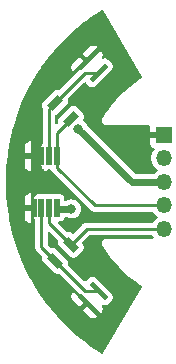
<source format=gbr>
%TF.GenerationSoftware,KiCad,Pcbnew,(6.0.7)*%
%TF.CreationDate,2022-08-13T19:12:00+02:00*%
%TF.ProjectId,Helios_PCB,48656c69-6f73-45f5-9043-422e6b696361,rev?*%
%TF.SameCoordinates,Original*%
%TF.FileFunction,Copper,L1,Top*%
%TF.FilePolarity,Positive*%
%FSLAX46Y46*%
G04 Gerber Fmt 4.6, Leading zero omitted, Abs format (unit mm)*
G04 Created by KiCad (PCBNEW (6.0.7)) date 2022-08-13 19:12:00*
%MOMM*%
%LPD*%
G01*
G04 APERTURE LIST*
G04 Aperture macros list*
%AMRotRect*
0 Rectangle, with rotation*
0 The origin of the aperture is its center*
0 $1 length*
0 $2 width*
0 $3 Rotation angle, in degrees counterclockwise*
0 Add horizontal line*
21,1,$1,$2,0,0,$3*%
G04 Aperture macros list end*
%TA.AperFunction,SMDPad,CuDef*%
%ADD10RotRect,0.700000X1.300000X225.000000*%
%TD*%
%TA.AperFunction,ComponentPad*%
%ADD11R,1.350000X1.350000*%
%TD*%
%TA.AperFunction,ComponentPad*%
%ADD12O,1.350000X1.350000*%
%TD*%
%TA.AperFunction,SMDPad,CuDef*%
%ADD13RotRect,1.900000X0.400000X225.000000*%
%TD*%
%TA.AperFunction,SMDPad,CuDef*%
%ADD14RotRect,0.700000X1.300000X135.000000*%
%TD*%
%TA.AperFunction,SMDPad,CuDef*%
%ADD15RotRect,1.900000X0.400000X315.000000*%
%TD*%
%TA.AperFunction,SMDPad,CuDef*%
%ADD16R,0.500000X1.500000*%
%TD*%
%TA.AperFunction,ViaPad*%
%ADD17C,0.800000*%
%TD*%
%TA.AperFunction,Conductor*%
%ADD18C,0.250000*%
%TD*%
%TA.AperFunction,Conductor*%
%ADD19C,0.600000*%
%TD*%
G04 APERTURE END LIST*
D10*
%TO.P,R1,1*%
%TO.N,O1*%
X145959251Y-104828249D03*
%TO.P,R1,2*%
%TO.N,Net-(F1-Pad1)*%
X144615749Y-106171751D03*
%TD*%
D11*
%TO.P,J0,1,Pin_1*%
%TO.N,GND*%
X153837500Y-95500000D03*
D12*
%TO.P,J0,2,Pin_2*%
%TO.N,LED*%
X153837500Y-97500000D03*
%TO.P,J0,3,Pin_3*%
%TO.N,VCC*%
X153837500Y-99500000D03*
%TO.P,J0,4,Pin_4*%
%TO.N,O0*%
X153837500Y-101500000D03*
%TO.P,J0,5,Pin_5*%
%TO.N,O1*%
X153837500Y-103500000D03*
%TD*%
D13*
%TO.P,F0,1,K*%
%TO.N,Net-(F0-Pad1)*%
X148307475Y-90269975D03*
%TO.P,F0,2,A*%
%TO.N,GND*%
X147317525Y-89280025D03*
%TD*%
D14*
%TO.P,R0,1*%
%TO.N,O0*%
X145959251Y-94171751D03*
%TO.P,R0,2*%
%TO.N,Net-(F0-Pad1)*%
X144615749Y-92828249D03*
%TD*%
D15*
%TO.P,F1,1,K*%
%TO.N,Net-(F1-Pad1)*%
X148307475Y-108730025D03*
%TO.P,F1,2,A*%
%TO.N,GND*%
X147317525Y-109719975D03*
%TD*%
D16*
%TO.P,U0,1,OA*%
%TO.N,O0*%
X144762500Y-97300000D03*
%TO.P,U0,2,-IA*%
%TO.N,Net-(F0-Pad1)*%
X144112500Y-97300000D03*
%TO.P,U0,3,+IA*%
%TO.N,GND*%
X143462500Y-97300000D03*
%TO.P,U0,4,GND*%
X142812500Y-97300000D03*
%TO.P,U0,5,+IB*%
X142812500Y-101700000D03*
%TO.P,U0,6,-IB*%
%TO.N,Net-(F1-Pad1)*%
X143462500Y-101700000D03*
%TO.P,U0,7,OB*%
%TO.N,O1*%
X144112500Y-101700000D03*
%TO.P,U0,8,VCC*%
%TO.N,VCC*%
X144762500Y-101700000D03*
%TD*%
D17*
%TO.N,GND*%
X152000000Y-98400000D03*
%TO.N,VCC*%
X146600000Y-95000000D03*
X146000000Y-101800000D03*
%TD*%
D18*
%TO.N,Net-(F0-Pad1)*%
X147174023Y-90269975D02*
X144615749Y-92828249D01*
X148307475Y-90269975D02*
X147174023Y-90269975D01*
X144112500Y-93331498D02*
X144112500Y-97300000D01*
X144615749Y-92828249D02*
X144112500Y-93331498D01*
%TO.N,Net-(F1-Pad1)*%
X147174023Y-108730025D02*
X144615749Y-106171751D01*
X143462500Y-105018502D02*
X143462500Y-101700000D01*
X148307475Y-108730025D02*
X147174023Y-108730025D01*
X144615749Y-106171751D02*
X143462500Y-105018502D01*
D19*
%TO.N,VCC*%
X144862500Y-101800000D02*
X144862500Y-101700000D01*
X151100000Y-99500000D02*
X153837500Y-99500000D01*
X146000000Y-101800000D02*
X144862500Y-101800000D01*
X146600000Y-95000000D02*
X151100000Y-99500000D01*
D18*
%TO.N,O0*%
X147962500Y-101500000D02*
X153837500Y-101500000D01*
X145959251Y-94171751D02*
X144762500Y-95368502D01*
X144762500Y-97300000D02*
X144762500Y-98300000D01*
X144762500Y-95368502D02*
X144762500Y-97300000D01*
X144762500Y-98300000D02*
X147962500Y-101500000D01*
%TO.N,O1*%
X145959251Y-104828249D02*
X144112500Y-102981498D01*
X145959251Y-104828249D02*
X147287500Y-103500000D01*
X147287500Y-103500000D02*
X153837500Y-103500000D01*
X144112500Y-102981498D02*
X144112500Y-101700000D01*
%TD*%
%TA.AperFunction,Conductor*%
%TO.N,GND*%
G36*
X148679320Y-84959095D02*
G01*
X148700541Y-84984729D01*
X151944127Y-90615568D01*
X151956789Y-90675429D01*
X151931848Y-90731300D01*
X151909999Y-90749438D01*
X151841815Y-90791143D01*
X151841791Y-90791159D01*
X151840628Y-90791870D01*
X151839509Y-90792643D01*
X151839493Y-90792654D01*
X151551977Y-90991425D01*
X151364328Y-91121154D01*
X151363251Y-91121991D01*
X151363235Y-91122003D01*
X150954372Y-91439862D01*
X150907180Y-91476550D01*
X150470615Y-91856947D01*
X150055998Y-92261155D01*
X150055085Y-92262151D01*
X150055070Y-92262166D01*
X149781495Y-92560474D01*
X149664627Y-92687908D01*
X149663749Y-92688980D01*
X149354502Y-93066552D01*
X149297724Y-93135874D01*
X149296917Y-93136981D01*
X149296914Y-93136984D01*
X149175321Y-93303643D01*
X148956438Y-93603650D01*
X148955690Y-93604806D01*
X148955683Y-93604816D01*
X148759232Y-93908373D01*
X148661099Y-94060009D01*
X148660988Y-94059937D01*
X148660822Y-94060286D01*
X148659450Y-94061658D01*
X148657296Y-94065886D01*
X148649143Y-94078484D01*
X148648652Y-94079144D01*
X148648381Y-94079590D01*
X148647269Y-94081362D01*
X148647248Y-94081412D01*
X148645670Y-94083850D01*
X148641050Y-94089296D01*
X148638094Y-94096501D01*
X148638092Y-94096504D01*
X148624742Y-94129044D01*
X148621360Y-94136413D01*
X148605391Y-94167753D01*
X148605390Y-94167756D01*
X148601854Y-94174696D01*
X148600636Y-94182389D01*
X148598339Y-94189458D01*
X148597567Y-94192214D01*
X148595854Y-94199455D01*
X148592895Y-94206667D01*
X148592310Y-94214438D01*
X148592309Y-94214441D01*
X148589668Y-94249513D01*
X148588729Y-94257561D01*
X148582008Y-94300000D01*
X148583226Y-94307694D01*
X148583226Y-94315109D01*
X148583345Y-94318021D01*
X148583952Y-94325407D01*
X148583367Y-94333175D01*
X148585212Y-94340746D01*
X148593537Y-94374917D01*
X148595132Y-94382864D01*
X148601854Y-94425304D01*
X148605391Y-94432247D01*
X148607682Y-94439296D01*
X148608684Y-94441999D01*
X148611554Y-94448862D01*
X148613399Y-94456435D01*
X148635983Y-94493011D01*
X148639933Y-94500037D01*
X148659450Y-94538342D01*
X148664954Y-94543846D01*
X148669311Y-94549843D01*
X148671108Y-94552115D01*
X148675956Y-94557754D01*
X148680049Y-94564382D01*
X148685988Y-94569420D01*
X148685989Y-94569421D01*
X148712812Y-94592174D01*
X148718774Y-94597666D01*
X148749158Y-94628050D01*
X148756099Y-94631587D01*
X148762110Y-94635954D01*
X148764527Y-94637563D01*
X148770859Y-94641414D01*
X148776796Y-94646450D01*
X148784000Y-94649405D01*
X148784002Y-94649407D01*
X148816544Y-94662758D01*
X148823913Y-94666140D01*
X148855253Y-94682109D01*
X148855256Y-94682110D01*
X148862196Y-94685646D01*
X148869889Y-94686864D01*
X148876958Y-94689161D01*
X148879714Y-94689933D01*
X148886955Y-94691646D01*
X148894167Y-94694605D01*
X148901938Y-94695190D01*
X148901941Y-94695191D01*
X148937019Y-94697833D01*
X148945062Y-94698771D01*
X148955981Y-94700500D01*
X148968721Y-94700500D01*
X148976156Y-94700780D01*
X149012904Y-94703548D01*
X149012906Y-94703548D01*
X149020675Y-94704133D01*
X149028245Y-94702289D01*
X149036011Y-94701651D01*
X149036029Y-94701874D01*
X149047471Y-94700500D01*
X152555500Y-94700500D01*
X152613691Y-94719407D01*
X152649655Y-94768907D01*
X152654500Y-94799500D01*
X152654500Y-95230320D01*
X152658622Y-95243005D01*
X152662743Y-95246000D01*
X153992500Y-95246000D01*
X154050691Y-95264907D01*
X154086655Y-95314407D01*
X154091500Y-95345000D01*
X154091500Y-95655000D01*
X154072593Y-95713191D01*
X154023093Y-95749155D01*
X153992500Y-95754000D01*
X152670181Y-95754000D01*
X152657496Y-95758122D01*
X152654501Y-95762243D01*
X152654501Y-96220411D01*
X152654790Y-96225751D01*
X152660578Y-96279035D01*
X152663427Y-96291020D01*
X152709851Y-96414855D01*
X152716559Y-96427108D01*
X152795363Y-96532256D01*
X152805244Y-96542137D01*
X152910392Y-96620941D01*
X152922643Y-96627648D01*
X152975568Y-96647489D01*
X153023418Y-96685620D01*
X153039717Y-96744595D01*
X153018561Y-96801478D01*
X152931645Y-96911731D01*
X152839610Y-97086661D01*
X152838265Y-97090992D01*
X152838264Y-97090995D01*
X152814103Y-97168808D01*
X152780995Y-97275433D01*
X152757762Y-97471726D01*
X152770690Y-97668966D01*
X152819345Y-97860547D01*
X152902099Y-98040054D01*
X153016179Y-98201474D01*
X153157766Y-98339402D01*
X153161541Y-98341924D01*
X153161543Y-98341926D01*
X153275470Y-98418049D01*
X153313350Y-98466099D01*
X153315752Y-98527237D01*
X153281759Y-98578111D01*
X153271098Y-98585439D01*
X153202628Y-98626174D01*
X153199213Y-98629168D01*
X153199210Y-98629171D01*
X153091286Y-98723819D01*
X153054017Y-98756503D01*
X153049847Y-98761792D01*
X153049092Y-98762297D01*
X153048084Y-98763359D01*
X153047844Y-98763131D01*
X152998975Y-98795783D01*
X152972103Y-98799500D01*
X151431164Y-98799500D01*
X151372973Y-98780593D01*
X151361160Y-98770504D01*
X147387345Y-94796688D01*
X147363856Y-94759242D01*
X147336995Y-94682109D01*
X147326485Y-94651927D01*
X147282058Y-94580829D01*
X147234247Y-94504315D01*
X147234245Y-94504313D01*
X147231316Y-94499625D01*
X147104770Y-94372193D01*
X147027385Y-94323083D01*
X146988384Y-94275939D01*
X146984542Y-94214875D01*
X147000340Y-94181304D01*
X147023072Y-94150017D01*
X147023075Y-94150012D01*
X147027654Y-94143709D01*
X147031199Y-94132800D01*
X147035615Y-94119208D01*
X147066857Y-94023052D01*
X147066857Y-93896186D01*
X147027654Y-93775529D01*
X146971841Y-93698710D01*
X146432292Y-93159162D01*
X146355473Y-93103348D01*
X146234816Y-93064145D01*
X146107950Y-93064145D01*
X145987293Y-93103348D01*
X145980988Y-93107929D01*
X145980986Y-93107930D01*
X145913623Y-93156873D01*
X145910474Y-93159161D01*
X144946662Y-94122974D01*
X144890848Y-94199793D01*
X144851645Y-94320450D01*
X144851645Y-94447316D01*
X144854692Y-94456694D01*
X144854692Y-94458764D01*
X144855271Y-94462420D01*
X144854692Y-94462512D01*
X144854693Y-94517877D01*
X144830542Y-94557291D01*
X144807004Y-94580829D01*
X144752487Y-94608606D01*
X144692055Y-94599035D01*
X144648790Y-94555770D01*
X144638000Y-94510825D01*
X144638000Y-93908373D01*
X144656907Y-93850182D01*
X144666996Y-93838369D01*
X145625595Y-92879769D01*
X145628338Y-92877026D01*
X145684152Y-92800207D01*
X145723355Y-92679550D01*
X145723355Y-92552684D01*
X145720308Y-92543306D01*
X145720308Y-92541236D01*
X145719729Y-92537580D01*
X145720308Y-92537488D01*
X145720307Y-92482123D01*
X145744458Y-92442709D01*
X147087383Y-91099784D01*
X147141900Y-91072007D01*
X147202332Y-91081578D01*
X147227384Y-91099779D01*
X147516236Y-91388630D01*
X147593055Y-91444444D01*
X147713712Y-91483647D01*
X147840578Y-91483647D01*
X147961235Y-91444444D01*
X147967540Y-91439863D01*
X147967542Y-91439862D01*
X148034905Y-91390919D01*
X148034909Y-91390916D01*
X148038054Y-91388631D01*
X149426130Y-90000554D01*
X149481944Y-89923735D01*
X149521147Y-89803078D01*
X149521147Y-89676212D01*
X149481944Y-89555555D01*
X149477362Y-89549248D01*
X149428418Y-89481883D01*
X149428414Y-89481879D01*
X149426131Y-89478736D01*
X149098714Y-89151320D01*
X149021895Y-89095506D01*
X148901238Y-89056303D01*
X148774372Y-89056303D01*
X148766966Y-89058709D01*
X148766962Y-89058710D01*
X148724107Y-89072634D01*
X148662922Y-89072633D01*
X148613423Y-89036669D01*
X148594516Y-88978478D01*
X148603394Y-88937504D01*
X148620371Y-88900166D01*
X148624293Y-88886753D01*
X148642922Y-88756677D01*
X148642922Y-88742713D01*
X148624293Y-88612637D01*
X148620370Y-88599224D01*
X148565635Y-88478837D01*
X148559176Y-88468347D01*
X148525584Y-88426568D01*
X148522027Y-88422604D01*
X148500994Y-88401572D01*
X148489110Y-88395517D01*
X148484078Y-88396314D01*
X147317525Y-89562868D01*
X147162857Y-89717536D01*
X147115460Y-89743915D01*
X147082688Y-89751602D01*
X147073520Y-89753301D01*
X147038063Y-89758158D01*
X147038062Y-89758158D01*
X147031377Y-89759074D01*
X147025182Y-89761755D01*
X147025181Y-89761755D01*
X147016461Y-89765528D01*
X146999755Y-89771053D01*
X146983930Y-89774765D01*
X146978015Y-89778017D01*
X146946645Y-89795262D01*
X146938271Y-89799364D01*
X146905437Y-89813573D01*
X146905436Y-89813574D01*
X146899240Y-89816255D01*
X146893994Y-89820503D01*
X146886609Y-89826483D01*
X146872008Y-89836295D01*
X146857760Y-89844128D01*
X146853837Y-89847514D01*
X146853834Y-89847516D01*
X146851389Y-89849626D01*
X146851378Y-89849636D01*
X146850018Y-89850810D01*
X146825803Y-89875025D01*
X146818102Y-89881959D01*
X146787348Y-89906863D01*
X146783438Y-89912365D01*
X146783437Y-89912366D01*
X146775914Y-89922952D01*
X146765221Y-89935607D01*
X145001289Y-91699539D01*
X144946772Y-91727316D01*
X144906440Y-91724143D01*
X144906420Y-91724269D01*
X144904818Y-91724015D01*
X144900696Y-91723691D01*
X144898723Y-91723050D01*
X144898721Y-91723050D01*
X144891314Y-91720643D01*
X144764448Y-91720643D01*
X144643791Y-91759846D01*
X144637486Y-91764427D01*
X144637484Y-91764428D01*
X144570121Y-91813371D01*
X144566972Y-91815659D01*
X143603160Y-92779472D01*
X143547346Y-92856291D01*
X143508143Y-92976948D01*
X143508143Y-93103814D01*
X143547346Y-93224471D01*
X143551927Y-93230776D01*
X143551928Y-93230778D01*
X143566920Y-93251412D01*
X143585828Y-93309602D01*
X143585286Y-93319949D01*
X143582321Y-93348160D01*
X143583446Y-93354810D01*
X143585614Y-93367629D01*
X143587000Y-93384139D01*
X143587000Y-96218100D01*
X143568093Y-96276291D01*
X143558004Y-96288104D01*
X143534450Y-96311658D01*
X143530915Y-96318595D01*
X143530914Y-96318597D01*
X143488300Y-96402232D01*
X143476854Y-96424696D01*
X143475635Y-96432390D01*
X143475635Y-96432391D01*
X143464201Y-96504586D01*
X143462000Y-96518481D01*
X143462001Y-98081518D01*
X143476854Y-98175304D01*
X143500020Y-98220769D01*
X143521921Y-98263752D01*
X143534450Y-98288342D01*
X143624158Y-98378050D01*
X143658447Y-98395521D01*
X143701710Y-98438784D01*
X143712500Y-98483729D01*
X143712500Y-98542319D01*
X143716622Y-98555004D01*
X143720743Y-98557999D01*
X143757911Y-98557999D01*
X143763251Y-98557710D01*
X143816535Y-98551922D01*
X143828520Y-98549073D01*
X143952355Y-98502649D01*
X143964608Y-98495941D01*
X143998849Y-98470279D01*
X144058220Y-98450500D01*
X144157310Y-98450499D01*
X144186973Y-98450499D01*
X144245164Y-98469406D01*
X144273729Y-98501806D01*
X144287787Y-98527378D01*
X144291889Y-98535752D01*
X144301517Y-98557999D01*
X144308780Y-98574783D01*
X144316495Y-98584310D01*
X144319008Y-98587414D01*
X144328820Y-98602015D01*
X144336653Y-98616263D01*
X144343336Y-98624005D01*
X144367550Y-98648219D01*
X144374477Y-98655912D01*
X144399388Y-98686675D01*
X144404893Y-98690587D01*
X144404895Y-98690589D01*
X144415482Y-98698113D01*
X144428138Y-98708807D01*
X147581113Y-101861783D01*
X147583983Y-101864776D01*
X147624384Y-101908712D01*
X147630124Y-101912271D01*
X147660540Y-101931131D01*
X147668223Y-101936411D01*
X147702104Y-101962127D01*
X147708383Y-101964613D01*
X147717214Y-101968110D01*
X147732933Y-101976015D01*
X147746750Y-101984582D01*
X147753228Y-101986464D01*
X147753230Y-101986465D01*
X147771864Y-101991879D01*
X147787614Y-101996455D01*
X147796420Y-101999470D01*
X147835972Y-102015129D01*
X147842685Y-102015835D01*
X147842691Y-102015836D01*
X147852135Y-102016829D01*
X147869404Y-102020217D01*
X147880029Y-102023304D01*
X147880035Y-102023305D01*
X147885012Y-102024751D01*
X147890182Y-102025131D01*
X147890184Y-102025131D01*
X147893411Y-102025368D01*
X147893418Y-102025368D01*
X147895212Y-102025500D01*
X147929453Y-102025500D01*
X147939799Y-102026042D01*
X147979161Y-102030179D01*
X147998631Y-102026886D01*
X148015140Y-102025500D01*
X152840551Y-102025500D01*
X152898742Y-102044407D01*
X152921399Y-102067363D01*
X153016179Y-102201474D01*
X153157766Y-102339402D01*
X153161541Y-102341924D01*
X153161543Y-102341926D01*
X153275470Y-102418049D01*
X153313350Y-102466099D01*
X153315752Y-102527237D01*
X153281759Y-102578111D01*
X153271098Y-102585439D01*
X153202628Y-102626174D01*
X153199213Y-102629168D01*
X153199210Y-102629171D01*
X153131739Y-102688342D01*
X153054017Y-102756503D01*
X153051205Y-102760070D01*
X152934458Y-102908162D01*
X152934455Y-102908166D01*
X152931645Y-102911731D01*
X152929532Y-102915748D01*
X152926454Y-102921598D01*
X152882625Y-102964291D01*
X152838841Y-102974500D01*
X147301377Y-102974500D01*
X147297231Y-102974413D01*
X147237581Y-102971913D01*
X147231009Y-102973454D01*
X147231003Y-102973455D01*
X147196167Y-102981626D01*
X147186997Y-102983326D01*
X147151540Y-102988183D01*
X147151539Y-102988183D01*
X147144854Y-102989099D01*
X147138659Y-102991780D01*
X147138658Y-102991780D01*
X147129938Y-102995553D01*
X147113232Y-103001078D01*
X147097407Y-103004790D01*
X147091492Y-103008042D01*
X147060122Y-103025287D01*
X147051748Y-103029389D01*
X147018914Y-103043598D01*
X147018913Y-103043599D01*
X147012717Y-103046280D01*
X147007471Y-103050528D01*
X147000086Y-103056508D01*
X146985485Y-103066320D01*
X146971237Y-103074153D01*
X146967314Y-103077539D01*
X146967311Y-103077541D01*
X146964866Y-103079651D01*
X146964855Y-103079661D01*
X146963495Y-103080835D01*
X146939280Y-103105050D01*
X146931579Y-103111984D01*
X146900825Y-103136888D01*
X146896915Y-103142390D01*
X146896914Y-103142391D01*
X146889391Y-103152977D01*
X146878698Y-103165632D01*
X146188353Y-103855977D01*
X146133836Y-103883754D01*
X146073404Y-103874183D01*
X146048345Y-103855977D01*
X146008028Y-103815660D01*
X145931209Y-103759846D01*
X145810552Y-103720643D01*
X145683686Y-103720643D01*
X145674308Y-103723690D01*
X145672238Y-103723690D01*
X145668582Y-103724269D01*
X145668490Y-103723690D01*
X145613125Y-103723691D01*
X145573711Y-103699540D01*
X144893674Y-103019503D01*
X144865897Y-102964986D01*
X144875468Y-102904554D01*
X144918733Y-102861289D01*
X144963677Y-102850499D01*
X145044018Y-102850499D01*
X145047861Y-102849890D01*
X145047866Y-102849890D01*
X145084717Y-102844053D01*
X145137804Y-102835646D01*
X145194323Y-102806848D01*
X145243903Y-102781586D01*
X145243905Y-102781585D01*
X145250842Y-102778050D01*
X145340550Y-102688342D01*
X145398146Y-102575304D01*
X145399219Y-102568527D01*
X145434904Y-102519409D01*
X145493097Y-102500500D01*
X145578949Y-102500500D01*
X145626611Y-102514708D01*
X145627216Y-102513510D01*
X145632163Y-102516009D01*
X145636789Y-102519036D01*
X145805116Y-102581636D01*
X145810602Y-102582368D01*
X145810606Y-102582369D01*
X145942516Y-102599969D01*
X145983130Y-102605388D01*
X145988636Y-102604887D01*
X145988638Y-102604887D01*
X146072555Y-102597250D01*
X146161981Y-102589112D01*
X146183103Y-102582249D01*
X146327517Y-102535326D01*
X146327519Y-102535325D01*
X146332782Y-102533615D01*
X146337538Y-102530780D01*
X146337540Y-102530779D01*
X146474362Y-102449217D01*
X146487044Y-102441657D01*
X146617099Y-102317807D01*
X146716483Y-102168222D01*
X146780257Y-102000336D01*
X146804029Y-101831189D01*
X146804818Y-101825575D01*
X146804818Y-101825573D01*
X146805251Y-101822493D01*
X146805565Y-101800000D01*
X146785546Y-101621528D01*
X146726485Y-101451927D01*
X146631316Y-101299625D01*
X146504770Y-101172193D01*
X146500095Y-101169226D01*
X146357810Y-101078929D01*
X146357809Y-101078928D01*
X146353136Y-101075963D01*
X146301379Y-101057533D01*
X146189160Y-101017574D01*
X146189161Y-101017574D01*
X146183951Y-101015719D01*
X146178464Y-101015065D01*
X146178461Y-101015064D01*
X146011120Y-100995110D01*
X146011117Y-100995110D01*
X146005624Y-100994455D01*
X145827017Y-101013227D01*
X145821777Y-101015011D01*
X145821776Y-101015011D01*
X145662250Y-101069318D01*
X145657007Y-101071103D01*
X145634707Y-101084822D01*
X145582835Y-101099500D01*
X145511999Y-101099500D01*
X145453808Y-101080593D01*
X145417844Y-101031093D01*
X145412999Y-101000500D01*
X145412999Y-100918482D01*
X145410799Y-100904586D01*
X145406553Y-100877783D01*
X145398146Y-100824696D01*
X145340550Y-100711658D01*
X145250842Y-100621950D01*
X145243905Y-100618415D01*
X145243903Y-100618414D01*
X145144744Y-100567890D01*
X145144743Y-100567890D01*
X145137804Y-100564354D01*
X145130110Y-100563135D01*
X145130109Y-100563135D01*
X145047865Y-100550109D01*
X145047863Y-100550109D01*
X145044019Y-100549500D01*
X144762537Y-100549500D01*
X144480982Y-100549501D01*
X144472418Y-100550857D01*
X144452988Y-100553934D01*
X144422017Y-100553934D01*
X144397868Y-100550109D01*
X144397860Y-100550108D01*
X144394019Y-100549500D01*
X144112537Y-100549500D01*
X143830982Y-100549501D01*
X143822418Y-100550857D01*
X143802988Y-100553934D01*
X143772017Y-100553934D01*
X143747868Y-100550109D01*
X143747860Y-100550108D01*
X143744019Y-100549500D01*
X143734536Y-100549500D01*
X143408220Y-100549501D01*
X143348848Y-100529721D01*
X143314607Y-100504059D01*
X143302357Y-100497352D01*
X143178522Y-100450928D01*
X143166533Y-100448077D01*
X143113248Y-100442289D01*
X143107914Y-100442000D01*
X143078180Y-100442000D01*
X143065495Y-100446122D01*
X143062500Y-100450243D01*
X143062500Y-100516271D01*
X143043593Y-100574462D01*
X143008448Y-100604478D01*
X142974158Y-100621950D01*
X142884450Y-100711658D01*
X142880915Y-100718595D01*
X142880914Y-100718597D01*
X142852517Y-100774330D01*
X142826854Y-100824696D01*
X142825635Y-100832390D01*
X142825635Y-100832391D01*
X142814201Y-100904586D01*
X142812000Y-100918481D01*
X142812001Y-102481518D01*
X142812610Y-102485361D01*
X142812610Y-102485366D01*
X142817068Y-102513510D01*
X142826854Y-102575304D01*
X142884450Y-102688342D01*
X142908004Y-102711896D01*
X142935781Y-102766413D01*
X142937000Y-102781900D01*
X142937000Y-105004625D01*
X142936913Y-105008771D01*
X142934413Y-105068421D01*
X142935954Y-105074993D01*
X142935955Y-105074999D01*
X142944126Y-105109835D01*
X142945826Y-105119005D01*
X142951599Y-105161148D01*
X142954280Y-105167343D01*
X142954280Y-105167344D01*
X142958053Y-105176064D01*
X142963578Y-105192770D01*
X142967290Y-105208595D01*
X142970542Y-105214510D01*
X142987787Y-105245880D01*
X142991889Y-105254254D01*
X143008780Y-105293285D01*
X143013028Y-105298531D01*
X143019008Y-105305916D01*
X143028820Y-105320517D01*
X143036653Y-105334765D01*
X143043336Y-105342507D01*
X143067550Y-105366721D01*
X143074477Y-105374414D01*
X143099388Y-105405177D01*
X143114825Y-105416147D01*
X143115487Y-105416618D01*
X143128135Y-105427306D01*
X143487042Y-105786214D01*
X143514817Y-105840727D01*
X143511642Y-105881060D01*
X143511769Y-105881080D01*
X143511514Y-105882688D01*
X143511190Y-105886808D01*
X143508143Y-105896186D01*
X143508143Y-106023052D01*
X143547346Y-106143709D01*
X143551927Y-106150014D01*
X143551928Y-106150016D01*
X143588094Y-106199793D01*
X143603159Y-106220528D01*
X144566972Y-107184340D01*
X144643791Y-107240154D01*
X144764448Y-107279357D01*
X144891314Y-107279357D01*
X144900692Y-107276310D01*
X144902762Y-107276310D01*
X144906418Y-107275731D01*
X144906510Y-107276310D01*
X144961875Y-107276309D01*
X145001289Y-107300460D01*
X146792624Y-109091795D01*
X146795494Y-109094788D01*
X146835907Y-109138737D01*
X146841644Y-109142294D01*
X146841645Y-109142295D01*
X146872058Y-109161152D01*
X146879744Y-109166434D01*
X146913628Y-109192153D01*
X146919900Y-109194636D01*
X146919903Y-109194638D01*
X146928741Y-109198137D01*
X146944460Y-109206043D01*
X146949442Y-109209132D01*
X146958273Y-109214607D01*
X146995446Y-109225407D01*
X146999119Y-109226474D01*
X147007944Y-109229495D01*
X147047496Y-109245155D01*
X147063654Y-109246853D01*
X147080933Y-109250243D01*
X147091550Y-109253328D01*
X147091553Y-109253329D01*
X147096535Y-109254776D01*
X147101712Y-109255156D01*
X147106814Y-109256074D01*
X147106607Y-109257222D01*
X147158155Y-109278255D01*
X147164264Y-109283871D01*
X147317525Y-109437132D01*
X148478821Y-110598429D01*
X148490704Y-110604483D01*
X148495735Y-110603687D01*
X148522025Y-110577397D01*
X148525584Y-110573430D01*
X148559176Y-110531652D01*
X148565635Y-110521165D01*
X148620370Y-110400776D01*
X148624293Y-110387363D01*
X148642922Y-110257287D01*
X148642922Y-110243323D01*
X148624293Y-110113247D01*
X148620371Y-110099834D01*
X148603394Y-110062496D01*
X148596521Y-110001698D01*
X148626697Y-109948472D01*
X148682395Y-109923148D01*
X148724107Y-109927366D01*
X148766962Y-109941290D01*
X148766966Y-109941291D01*
X148774372Y-109943697D01*
X148901238Y-109943697D01*
X149021895Y-109904494D01*
X149028200Y-109899913D01*
X149028202Y-109899912D01*
X149095567Y-109850968D01*
X149095571Y-109850964D01*
X149098714Y-109848681D01*
X149426130Y-109521264D01*
X149481944Y-109444445D01*
X149521147Y-109323788D01*
X149521147Y-109196922D01*
X149481944Y-109076265D01*
X149458796Y-109044404D01*
X149428419Y-109002595D01*
X149428418Y-109002594D01*
X149426131Y-108999446D01*
X148038054Y-107611370D01*
X147961235Y-107555556D01*
X147840578Y-107516353D01*
X147713712Y-107516353D01*
X147593055Y-107555556D01*
X147586750Y-107560137D01*
X147586748Y-107560138D01*
X147519383Y-107609082D01*
X147519379Y-107609086D01*
X147516236Y-107611369D01*
X147329224Y-107798382D01*
X147227391Y-107900215D01*
X147172874Y-107927992D01*
X147112442Y-107918421D01*
X147087383Y-107900215D01*
X145744459Y-106557291D01*
X145716682Y-106502774D01*
X145719855Y-106462442D01*
X145719729Y-106462422D01*
X145719983Y-106460820D01*
X145720307Y-106456698D01*
X145720948Y-106454725D01*
X145720948Y-106454723D01*
X145723355Y-106447316D01*
X145723355Y-106320450D01*
X145684152Y-106199793D01*
X145647987Y-106150016D01*
X145630627Y-106126123D01*
X145630626Y-106126122D01*
X145628339Y-106122974D01*
X144664526Y-105159162D01*
X144587707Y-105103348D01*
X144467050Y-105064145D01*
X144340184Y-105064145D01*
X144330806Y-105067192D01*
X144328736Y-105067192D01*
X144325080Y-105067771D01*
X144324988Y-105067192D01*
X144269623Y-105067193D01*
X144230209Y-105043042D01*
X144016996Y-104829829D01*
X143989219Y-104775312D01*
X143988000Y-104759825D01*
X143988000Y-103839175D01*
X144006907Y-103780984D01*
X144056407Y-103745020D01*
X144117593Y-103745020D01*
X144157004Y-103769171D01*
X144830542Y-104442709D01*
X144858319Y-104497226D01*
X144855144Y-104537560D01*
X144855271Y-104537580D01*
X144855016Y-104539189D01*
X144854692Y-104543305D01*
X144851645Y-104552684D01*
X144851645Y-104679550D01*
X144890848Y-104800207D01*
X144895429Y-104806512D01*
X144895430Y-104806514D01*
X144931596Y-104856291D01*
X144946661Y-104877026D01*
X145910474Y-105840838D01*
X145987293Y-105896652D01*
X146107950Y-105935855D01*
X146234816Y-105935855D01*
X146355473Y-105896652D01*
X146361778Y-105892071D01*
X146361780Y-105892070D01*
X146429143Y-105843127D01*
X146429144Y-105843126D01*
X146432292Y-105840839D01*
X146971840Y-105301290D01*
X147027654Y-105224471D01*
X147030891Y-105214510D01*
X147064450Y-105111221D01*
X147066857Y-105103814D01*
X147066857Y-104976948D01*
X147027654Y-104856291D01*
X147005141Y-104825304D01*
X146974129Y-104782621D01*
X146974128Y-104782620D01*
X146971841Y-104779472D01*
X146931523Y-104739154D01*
X146903746Y-104684637D01*
X146913317Y-104624205D01*
X146931523Y-104599146D01*
X147476173Y-104054496D01*
X147530690Y-104026719D01*
X147546177Y-104025500D01*
X152840551Y-104025500D01*
X152898742Y-104044407D01*
X152921399Y-104067363D01*
X152975110Y-104143363D01*
X152993254Y-104201796D01*
X152973586Y-104259734D01*
X152923619Y-104295047D01*
X152894262Y-104299500D01*
X149046767Y-104299500D01*
X149034901Y-104298092D01*
X149034891Y-104298215D01*
X149027121Y-104297599D01*
X149019546Y-104295776D01*
X149011776Y-104296383D01*
X149011775Y-104296383D01*
X148975731Y-104299199D01*
X148968020Y-104299500D01*
X148955981Y-104299500D01*
X148944361Y-104301341D01*
X148936597Y-104302256D01*
X148914937Y-104303949D01*
X148900835Y-104305050D01*
X148900834Y-104305050D01*
X148893066Y-104305657D01*
X148885865Y-104308635D01*
X148878289Y-104310449D01*
X148878270Y-104310369D01*
X148877274Y-104310649D01*
X148877300Y-104310728D01*
X148869892Y-104313135D01*
X148862196Y-104314354D01*
X148855255Y-104317891D01*
X148855254Y-104317891D01*
X148823289Y-104334178D01*
X148816178Y-104337453D01*
X148783034Y-104351160D01*
X148783032Y-104351161D01*
X148775829Y-104354140D01*
X148769899Y-104359199D01*
X148763256Y-104363265D01*
X148763212Y-104363194D01*
X148762354Y-104363767D01*
X148762403Y-104363834D01*
X148756099Y-104368413D01*
X148749158Y-104371950D01*
X148718280Y-104402828D01*
X148712528Y-104408141D01*
X148679312Y-104436477D01*
X148675236Y-104443120D01*
X148670174Y-104449040D01*
X148670111Y-104448986D01*
X148669474Y-104449793D01*
X148669541Y-104449842D01*
X148664959Y-104456149D01*
X148659450Y-104461658D01*
X148647248Y-104485606D01*
X148639631Y-104500555D01*
X148635804Y-104507384D01*
X148612963Y-104544610D01*
X148611141Y-104552180D01*
X148608153Y-104559381D01*
X148608078Y-104559350D01*
X148607720Y-104560319D01*
X148607798Y-104560344D01*
X148605390Y-104567755D01*
X148601854Y-104574696D01*
X148600636Y-104582389D01*
X148595024Y-104617820D01*
X148593494Y-104625499D01*
X148583276Y-104667954D01*
X148583883Y-104675720D01*
X148583267Y-104683490D01*
X148583185Y-104683484D01*
X148583145Y-104684512D01*
X148583227Y-104684512D01*
X148583227Y-104692304D01*
X148582008Y-104700000D01*
X148583227Y-104707696D01*
X148583227Y-104707697D01*
X148588838Y-104743124D01*
X148589756Y-104750900D01*
X148591988Y-104779472D01*
X148593157Y-104794434D01*
X148596135Y-104801635D01*
X148597949Y-104809211D01*
X148597869Y-104809230D01*
X148598149Y-104810226D01*
X148598228Y-104810200D01*
X148600635Y-104817608D01*
X148601854Y-104825304D01*
X148605391Y-104832245D01*
X148605391Y-104832246D01*
X148621678Y-104864211D01*
X148624953Y-104871322D01*
X148638660Y-104904466D01*
X148641640Y-104911671D01*
X148646700Y-104917601D01*
X148648953Y-104921283D01*
X148650365Y-104923174D01*
X148653760Y-104928391D01*
X148653886Y-104928609D01*
X148654035Y-104928815D01*
X148656619Y-104932785D01*
X148659450Y-104938342D01*
X148660331Y-104939223D01*
X148660935Y-104941083D01*
X148661696Y-104940588D01*
X148923221Y-105342507D01*
X148958123Y-105396146D01*
X148958922Y-105397237D01*
X148958929Y-105397247D01*
X148980950Y-105427312D01*
X149300051Y-105862975D01*
X149667263Y-106310187D01*
X150058638Y-106736414D01*
X150472977Y-107140352D01*
X150582121Y-107235573D01*
X150907999Y-107519882D01*
X150908010Y-107519891D01*
X150909014Y-107520767D01*
X151365415Y-107876494D01*
X151840784Y-108206446D01*
X151887106Y-108234938D01*
X151910866Y-108249553D01*
X151950525Y-108296145D01*
X151955224Y-108357149D01*
X151944785Y-108383290D01*
X148700542Y-114015270D01*
X148655113Y-114056255D01*
X148594269Y-114062711D01*
X148563331Y-114050450D01*
X148329057Y-113908035D01*
X148325261Y-113905606D01*
X147682738Y-113473784D01*
X147679055Y-113471186D01*
X147056803Y-113010532D01*
X147053242Y-113007768D01*
X146452627Y-112519289D01*
X146449196Y-112516367D01*
X145871411Y-112001034D01*
X145868117Y-111997958D01*
X145314386Y-111456864D01*
X145311265Y-111453671D01*
X144782739Y-110887937D01*
X144779744Y-110884582D01*
X144335004Y-110362825D01*
X146963347Y-110362825D01*
X146964143Y-110367855D01*
X147520766Y-110924478D01*
X147524732Y-110928036D01*
X147566505Y-110961623D01*
X147576999Y-110968086D01*
X147697384Y-111022821D01*
X147710797Y-111026743D01*
X147840873Y-111045372D01*
X147854837Y-111045372D01*
X147984913Y-111026743D01*
X147998326Y-111022820D01*
X148118713Y-110968085D01*
X148129203Y-110961626D01*
X148170982Y-110928034D01*
X148174946Y-110924477D01*
X148195978Y-110903444D01*
X148202033Y-110891560D01*
X148201236Y-110886528D01*
X147328611Y-110013904D01*
X147316728Y-110007850D01*
X147311696Y-110008646D01*
X146969404Y-110350938D01*
X146963347Y-110362825D01*
X144335004Y-110362825D01*
X144324872Y-110350938D01*
X144277517Y-110295383D01*
X144274672Y-110291887D01*
X143799790Y-109680447D01*
X143797107Y-109676825D01*
X143493497Y-109246853D01*
X143458031Y-109196627D01*
X145992128Y-109196627D01*
X146010757Y-109326703D01*
X146014679Y-109340116D01*
X146069414Y-109460499D01*
X146075878Y-109470996D01*
X146109457Y-109512760D01*
X146113030Y-109516743D01*
X146664387Y-110068099D01*
X146676270Y-110074153D01*
X146681301Y-110073357D01*
X147023594Y-109731063D01*
X147029650Y-109719177D01*
X147028854Y-109714147D01*
X146156229Y-108841521D01*
X146144346Y-108835467D01*
X146139315Y-108836263D01*
X146113025Y-108862553D01*
X146109466Y-108866520D01*
X146075874Y-108908298D01*
X146069415Y-108918785D01*
X146014680Y-109039174D01*
X146010757Y-109052587D01*
X145992128Y-109182663D01*
X145992128Y-109196627D01*
X143458031Y-109196627D01*
X143350541Y-109044400D01*
X143348029Y-109040664D01*
X142930722Y-108388585D01*
X142928384Y-108384743D01*
X142915353Y-108362180D01*
X142541167Y-107714308D01*
X142539004Y-107710356D01*
X142182724Y-107023036D01*
X142180741Y-107018989D01*
X141856102Y-106316137D01*
X141854306Y-106312003D01*
X141562006Y-105595139D01*
X141560399Y-105590928D01*
X141481979Y-105370386D01*
X141301008Y-104861439D01*
X141299598Y-104857164D01*
X141285278Y-104810226D01*
X141073694Y-104116681D01*
X141072480Y-104112352D01*
X141013970Y-103883754D01*
X140880511Y-103362338D01*
X140879493Y-103357949D01*
X140836865Y-103152977D01*
X140721852Y-102599945D01*
X140721043Y-102595560D01*
X140704931Y-102495411D01*
X142054501Y-102495411D01*
X142054790Y-102500751D01*
X142060578Y-102554035D01*
X142063427Y-102566020D01*
X142109851Y-102689855D01*
X142116559Y-102702108D01*
X142195363Y-102807256D01*
X142205244Y-102817137D01*
X142310392Y-102895941D01*
X142322645Y-102902649D01*
X142446478Y-102949072D01*
X142458467Y-102951923D01*
X142511752Y-102957711D01*
X142517086Y-102958000D01*
X142546820Y-102958000D01*
X142559505Y-102953878D01*
X142562500Y-102949757D01*
X142562500Y-101965680D01*
X142558378Y-101952995D01*
X142554257Y-101950000D01*
X142070181Y-101950000D01*
X142057496Y-101954122D01*
X142054501Y-101958243D01*
X142054501Y-102495411D01*
X140704931Y-102495411D01*
X140598069Y-101831187D01*
X140597454Y-101826724D01*
X140552531Y-101434320D01*
X142054500Y-101434320D01*
X142058622Y-101447005D01*
X142062743Y-101450000D01*
X142546820Y-101450000D01*
X142559505Y-101445878D01*
X142562500Y-101441757D01*
X142562500Y-100457681D01*
X142558378Y-100444996D01*
X142554257Y-100442001D01*
X142517089Y-100442001D01*
X142511749Y-100442290D01*
X142458465Y-100448078D01*
X142446480Y-100450927D01*
X142322645Y-100497351D01*
X142310392Y-100504059D01*
X142205244Y-100582863D01*
X142195363Y-100592744D01*
X142116559Y-100697892D01*
X142109851Y-100710145D01*
X142063428Y-100833978D01*
X142060577Y-100845967D01*
X142054789Y-100899252D01*
X142054500Y-100904586D01*
X142054500Y-101434320D01*
X140552531Y-101434320D01*
X140509396Y-101057530D01*
X140508986Y-101053045D01*
X140499760Y-100918481D01*
X140456029Y-100280664D01*
X140455824Y-100276179D01*
X140454523Y-100219407D01*
X140438861Y-99536348D01*
X140440055Y-99518584D01*
X140442992Y-99500064D01*
X140442982Y-99500000D01*
X140442992Y-99499935D01*
X140440032Y-99481270D01*
X140438838Y-99463506D01*
X140454148Y-98795783D01*
X140455799Y-98723802D01*
X140456004Y-98719316D01*
X140457128Y-98702930D01*
X140498780Y-98095411D01*
X142054501Y-98095411D01*
X142054790Y-98100751D01*
X142060578Y-98154035D01*
X142063427Y-98166020D01*
X142109851Y-98289855D01*
X142116559Y-98302108D01*
X142195363Y-98407256D01*
X142205244Y-98417137D01*
X142310392Y-98495941D01*
X142322645Y-98502649D01*
X142446478Y-98549072D01*
X142458467Y-98551923D01*
X142511752Y-98557711D01*
X142517086Y-98558000D01*
X142546820Y-98558000D01*
X142559505Y-98553878D01*
X142562500Y-98549757D01*
X142562500Y-98542319D01*
X143062500Y-98542319D01*
X143066622Y-98555004D01*
X143070743Y-98557999D01*
X143107911Y-98557999D01*
X143113257Y-98557710D01*
X143126807Y-98556238D01*
X143148185Y-98556238D01*
X143161745Y-98557711D01*
X143167086Y-98558000D01*
X143196820Y-98558000D01*
X143209505Y-98553878D01*
X143212500Y-98549757D01*
X143212500Y-97565680D01*
X143208378Y-97552995D01*
X143204257Y-97550000D01*
X143078180Y-97550000D01*
X143065495Y-97554122D01*
X143062500Y-97558243D01*
X143062500Y-98542319D01*
X142562500Y-98542319D01*
X142562500Y-97565680D01*
X142558378Y-97552995D01*
X142554257Y-97550000D01*
X142070181Y-97550000D01*
X142057496Y-97554122D01*
X142054501Y-97558243D01*
X142054501Y-98095411D01*
X140498780Y-98095411D01*
X140508958Y-97946950D01*
X140509368Y-97942464D01*
X140517515Y-97871304D01*
X140597426Y-97173271D01*
X140598041Y-97168808D01*
X140611903Y-97082647D01*
X140619678Y-97034320D01*
X142054500Y-97034320D01*
X142058622Y-97047005D01*
X142062743Y-97050000D01*
X142546820Y-97050000D01*
X142559505Y-97045878D01*
X142562500Y-97041757D01*
X142562500Y-97034320D01*
X143062500Y-97034320D01*
X143066622Y-97047005D01*
X143070743Y-97050000D01*
X143196820Y-97050000D01*
X143209505Y-97045878D01*
X143212500Y-97041757D01*
X143212500Y-96057681D01*
X143208378Y-96044996D01*
X143204257Y-96042001D01*
X143167089Y-96042001D01*
X143161743Y-96042290D01*
X143148193Y-96043762D01*
X143126815Y-96043762D01*
X143113255Y-96042289D01*
X143107914Y-96042000D01*
X143078180Y-96042000D01*
X143065495Y-96046122D01*
X143062500Y-96050243D01*
X143062500Y-97034320D01*
X142562500Y-97034320D01*
X142562500Y-96057681D01*
X142558378Y-96044996D01*
X142554257Y-96042001D01*
X142517089Y-96042001D01*
X142511749Y-96042290D01*
X142458465Y-96048078D01*
X142446480Y-96050927D01*
X142322645Y-96097351D01*
X142310392Y-96104059D01*
X142205244Y-96182863D01*
X142195363Y-96192744D01*
X142116559Y-96297892D01*
X142109851Y-96310145D01*
X142063428Y-96433978D01*
X142060577Y-96445967D01*
X142054789Y-96499252D01*
X142054500Y-96504586D01*
X142054500Y-97034320D01*
X140619678Y-97034320D01*
X140721015Y-96404436D01*
X140721824Y-96400051D01*
X140879466Y-95642045D01*
X140880483Y-95637657D01*
X140884048Y-95623728D01*
X141072450Y-94887657D01*
X141073664Y-94883323D01*
X141104985Y-94780656D01*
X141299579Y-94142799D01*
X141300989Y-94138529D01*
X141301742Y-94136413D01*
X141560373Y-93409063D01*
X141561979Y-93404855D01*
X141854280Y-92687990D01*
X141856076Y-92683856D01*
X142180717Y-91981003D01*
X142182700Y-91976956D01*
X142538980Y-91289636D01*
X142541144Y-91285682D01*
X142664555Y-91072007D01*
X142928367Y-90615240D01*
X142930705Y-90611398D01*
X143216685Y-90164533D01*
X143348012Y-89959324D01*
X143350524Y-89955588D01*
X143430991Y-89841632D01*
X143448146Y-89817337D01*
X145992128Y-89817337D01*
X146010757Y-89947413D01*
X146014680Y-89960826D01*
X146069415Y-90081213D01*
X146075874Y-90091703D01*
X146109466Y-90133482D01*
X146113023Y-90137446D01*
X146134056Y-90158478D01*
X146145940Y-90164533D01*
X146150972Y-90163736D01*
X147023596Y-89291111D01*
X147029650Y-89279228D01*
X147028854Y-89274196D01*
X146686562Y-88931904D01*
X146674675Y-88925847D01*
X146669645Y-88926643D01*
X146113022Y-89483266D01*
X146109464Y-89487232D01*
X146075877Y-89529005D01*
X146069414Y-89539499D01*
X146014679Y-89659884D01*
X146010757Y-89673297D01*
X145992128Y-89803373D01*
X145992128Y-89817337D01*
X143448146Y-89817337D01*
X143797088Y-89323167D01*
X143799771Y-89319545D01*
X144274655Y-88708105D01*
X144277500Y-88704609D01*
X144333621Y-88638770D01*
X146963347Y-88638770D01*
X146964143Y-88643801D01*
X147306437Y-88986094D01*
X147318323Y-88992150D01*
X147323353Y-88991354D01*
X148195979Y-88118729D01*
X148202033Y-88106846D01*
X148201237Y-88101815D01*
X148174947Y-88075525D01*
X148170980Y-88071966D01*
X148129202Y-88038374D01*
X148118715Y-88031915D01*
X147998326Y-87977180D01*
X147984913Y-87973257D01*
X147854837Y-87954628D01*
X147840873Y-87954628D01*
X147710797Y-87973257D01*
X147697384Y-87977179D01*
X147577001Y-88031914D01*
X147566504Y-88038378D01*
X147524740Y-88071957D01*
X147520757Y-88075530D01*
X146969401Y-88626887D01*
X146963347Y-88638770D01*
X144333621Y-88638770D01*
X144540967Y-88395517D01*
X144779734Y-88115403D01*
X144782729Y-88112048D01*
X144851555Y-88038378D01*
X145311237Y-87546338D01*
X145314388Y-87543115D01*
X145868115Y-87002026D01*
X145871410Y-86998950D01*
X145891044Y-86981439D01*
X146449188Y-86483628D01*
X146452618Y-86480707D01*
X147053225Y-85992237D01*
X147056785Y-85989473D01*
X147219735Y-85868842D01*
X147679035Y-85528823D01*
X147682718Y-85526224D01*
X148325283Y-85094377D01*
X148329080Y-85091949D01*
X148563331Y-84949549D01*
X148622876Y-84935479D01*
X148679320Y-84959095D01*
G37*
%TD.AperFunction*%
%TD*%
M02*

</source>
